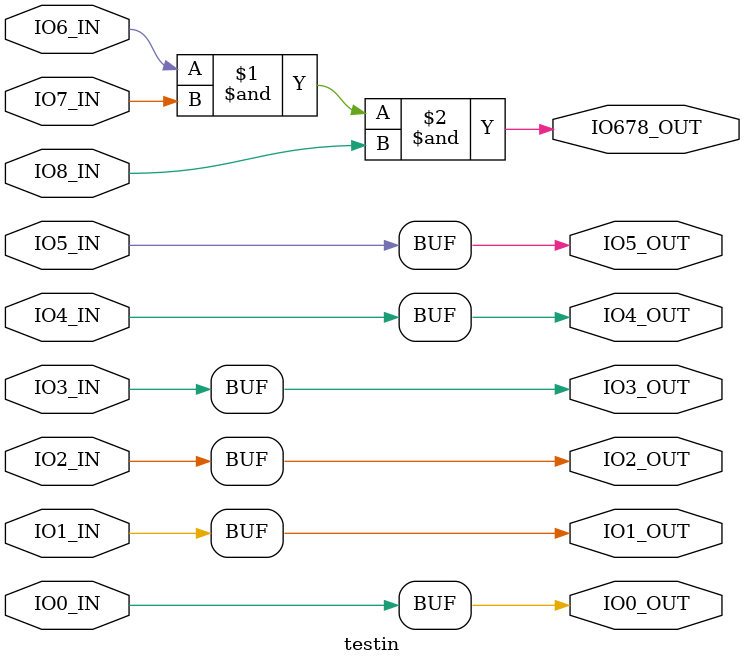
<source format=v>
module testin(
  IO0_IN,
  IO0_OUT,
  IO1_IN,
  IO1_OUT,
  IO2_IN,
  IO2_OUT,
  IO3_IN,
  IO3_OUT,
  IO4_IN,
  IO4_OUT,
  IO5_IN,
  IO5_OUT,
  IO6_IN,
  IO7_IN,
  IO8_IN,
  IO678_OUT
);

input  IO0_IN;
output IO0_OUT;
input  IO1_IN;
output IO1_OUT;
input  IO2_IN;
output IO2_OUT;
input  IO3_IN;
output IO3_OUT;
input  IO4_IN;
output IO4_OUT;
input  IO5_IN;
output IO5_OUT;
input  IO6_IN;
input  IO7_IN;
input  IO8_IN;
output IO678_OUT;

assign IO0_OUT = IO0_IN;
assign IO1_OUT = IO1_IN;
assign IO2_OUT = IO2_IN;
assign IO3_OUT = IO3_IN;
assign IO4_OUT = IO4_IN;
assign IO5_OUT = IO5_IN;
assign IO678_OUT = IO6_IN & IO7_IN & IO8_IN;

endmodule

</source>
